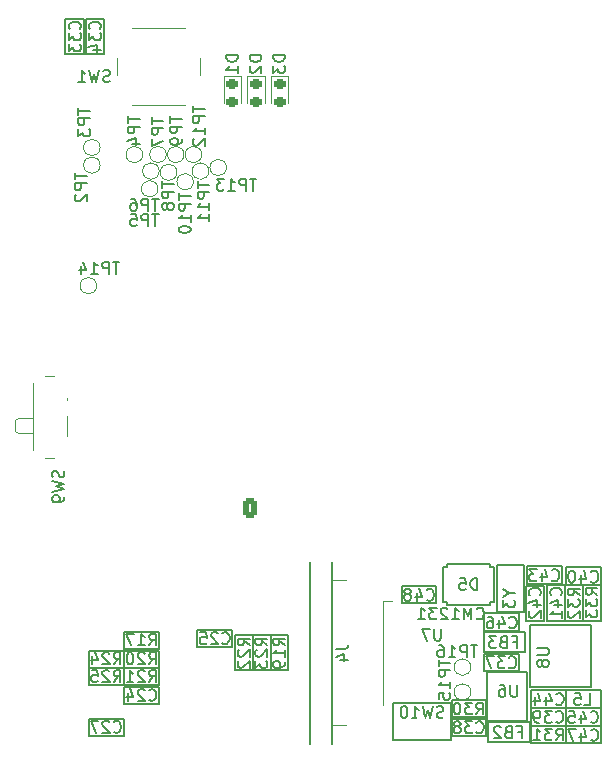
<source format=gbr>
%TF.GenerationSoftware,KiCad,Pcbnew,(6.0.4)*%
%TF.CreationDate,2022-05-12T22:13:07-04:00*%
%TF.ProjectId,Mouse V1,4d6f7573-6520-4563-912e-6b696361645f,V2.0*%
%TF.SameCoordinates,Original*%
%TF.FileFunction,Legend,Bot*%
%TF.FilePolarity,Positive*%
%FSLAX46Y46*%
G04 Gerber Fmt 4.6, Leading zero omitted, Abs format (unit mm)*
G04 Created by KiCad (PCBNEW (6.0.4)) date 2022-05-12 22:13:07*
%MOMM*%
%LPD*%
G01*
G04 APERTURE LIST*
G04 Aperture macros list*
%AMRoundRect*
0 Rectangle with rounded corners*
0 $1 Rounding radius*
0 $2 $3 $4 $5 $6 $7 $8 $9 X,Y pos of 4 corners*
0 Add a 4 corners polygon primitive as box body*
4,1,4,$2,$3,$4,$5,$6,$7,$8,$9,$2,$3,0*
0 Add four circle primitives for the rounded corners*
1,1,$1+$1,$2,$3*
1,1,$1+$1,$4,$5*
1,1,$1+$1,$6,$7*
1,1,$1+$1,$8,$9*
0 Add four rect primitives between the rounded corners*
20,1,$1+$1,$2,$3,$4,$5,0*
20,1,$1+$1,$4,$5,$6,$7,0*
20,1,$1+$1,$6,$7,$8,$9,0*
20,1,$1+$1,$8,$9,$2,$3,0*%
G04 Aperture macros list end*
%ADD10C,0.150000*%
%ADD11C,0.120000*%
%ADD12C,1.701800*%
%ADD13O,2.500000X1.500000*%
%ADD14C,1.500000*%
%ADD15RoundRect,0.250000X-0.350000X-0.625000X0.350000X-0.625000X0.350000X0.625000X-0.350000X0.625000X0*%
%ADD16O,1.200000X1.750000*%
%ADD17C,1.498600*%
%ADD18O,0.850000X0.600000*%
%ADD19C,0.600000*%
%ADD20O,1.300000X2.600000*%
%ADD21O,1.300000X2.300000*%
%ADD22C,0.800000*%
%ADD23R,1.400000X1.400000*%
%ADD24C,1.400000*%
%ADD25C,1.000000*%
%ADD26RoundRect,0.218750X-0.256250X0.218750X-0.256250X-0.218750X0.256250X-0.218750X0.256250X0.218750X0*%
%ADD27R,0.800000X1.000000*%
%ADD28C,0.900000*%
%ADD29R,1.500000X0.700000*%
%ADD30C,2.000000*%
%ADD31C,1.100000*%
%ADD32R,2.500000X1.100000*%
%ADD33O,3.500000X1.900000*%
G04 APERTURE END LIST*
D10*
X157766743Y-150550000D02*
X160766743Y-150550000D01*
X160766743Y-150550000D02*
X160766743Y-149050000D01*
X160766743Y-149050000D02*
X157766743Y-149050000D01*
X157766743Y-149050000D02*
X157766743Y-150550000D01*
X150356743Y-140090000D02*
X150356743Y-137110000D01*
X118300000Y-90700000D02*
X119900000Y-90700000D01*
X119900000Y-90700000D02*
X119900000Y-93700000D01*
X119900000Y-93700000D02*
X118300000Y-93700000D01*
X118300000Y-93700000D02*
X118300000Y-90700000D01*
X163666743Y-141650000D02*
X162166743Y-141650000D01*
X162166743Y-141650000D02*
X162166743Y-138650000D01*
X162166743Y-138650000D02*
X163666743Y-138650000D01*
X163666743Y-138650000D02*
X163666743Y-141650000D01*
X154326743Y-140350000D02*
X150706743Y-140350000D01*
X120320000Y-147120000D02*
X123280000Y-147120000D01*
X123280000Y-147120000D02*
X123280000Y-145660000D01*
X123280000Y-145660000D02*
X120320000Y-145660000D01*
X120320000Y-145660000D02*
X120320000Y-147120000D01*
X150356743Y-137110000D02*
X150706743Y-137110000D01*
X123320000Y-144060000D02*
X126280000Y-144060000D01*
X126280000Y-144060000D02*
X126280000Y-142600000D01*
X126280000Y-142600000D02*
X123320000Y-142600000D01*
X123320000Y-142600000D02*
X123320000Y-144060000D01*
X153766743Y-145950000D02*
X156766743Y-145950000D01*
X156766743Y-145950000D02*
X156766743Y-144450000D01*
X156766743Y-144450000D02*
X153766743Y-144450000D01*
X153766743Y-144450000D02*
X153766743Y-145950000D01*
X154066743Y-146050000D02*
X157466743Y-146050000D01*
X157466743Y-146050000D02*
X157466743Y-150150000D01*
X157466743Y-150150000D02*
X154066743Y-150150000D01*
X154066743Y-150150000D02*
X154066743Y-146050000D01*
X132760000Y-142900000D02*
X134240000Y-142900000D01*
X134240000Y-142900000D02*
X134240000Y-145880000D01*
X134240000Y-145880000D02*
X132760000Y-145880000D01*
X132760000Y-145880000D02*
X132760000Y-142900000D01*
X157766743Y-149050000D02*
X160766743Y-149050000D01*
X160766743Y-149050000D02*
X160766743Y-147550000D01*
X160766743Y-147550000D02*
X157766743Y-147550000D01*
X157766743Y-147550000D02*
X157766743Y-149050000D01*
X157266743Y-144350000D02*
X153766743Y-144350000D01*
X153766743Y-144350000D02*
X153766743Y-142650000D01*
X153766743Y-142650000D02*
X157266743Y-142650000D01*
X157266743Y-142650000D02*
X157266743Y-144350000D01*
X123320000Y-148760000D02*
X126280000Y-148760000D01*
X126280000Y-148760000D02*
X126280000Y-147300000D01*
X126280000Y-147300000D02*
X123320000Y-147300000D01*
X123320000Y-147300000D02*
X123320000Y-148760000D01*
X158866743Y-141650000D02*
X157366743Y-141650000D01*
X157366743Y-141650000D02*
X157366743Y-138750000D01*
X157366743Y-138750000D02*
X158866743Y-138750000D01*
X158866743Y-138750000D02*
X158866743Y-141650000D01*
X160766743Y-137150000D02*
X163666743Y-137150000D01*
X163666743Y-137150000D02*
X163666743Y-138650000D01*
X163666743Y-138650000D02*
X160766743Y-138650000D01*
X160766743Y-138650000D02*
X160766743Y-137150000D01*
X151066743Y-148350000D02*
X153966743Y-148350000D01*
X153966743Y-148350000D02*
X153966743Y-149850000D01*
X153966743Y-149850000D02*
X151066743Y-149850000D01*
X151066743Y-149850000D02*
X151066743Y-148350000D01*
X157666743Y-151950000D02*
X154166743Y-151950000D01*
X154166743Y-151950000D02*
X154166743Y-150250000D01*
X154166743Y-150250000D02*
X157666743Y-150250000D01*
X157666743Y-150250000D02*
X157666743Y-151950000D01*
X154326743Y-140080000D02*
X154326743Y-140350000D01*
X154866743Y-140950000D02*
X157166743Y-140950000D01*
X157166743Y-140950000D02*
X157166743Y-136950000D01*
X157166743Y-136950000D02*
X154866743Y-136950000D01*
X154866743Y-136950000D02*
X154866743Y-140950000D01*
X160766743Y-147550000D02*
X163666743Y-147550000D01*
X163666743Y-147550000D02*
X163666743Y-149050000D01*
X163666743Y-149050000D02*
X160766743Y-149050000D01*
X160766743Y-149050000D02*
X160766743Y-147550000D01*
X151066743Y-151450000D02*
X153966743Y-151450000D01*
X153966743Y-151450000D02*
X153966743Y-149950000D01*
X153966743Y-149950000D02*
X151066743Y-149950000D01*
X151066743Y-149950000D02*
X151066743Y-151450000D01*
X120100000Y-90700000D02*
X121600000Y-90700000D01*
X121600000Y-90700000D02*
X121600000Y-93700000D01*
X121600000Y-93700000D02*
X120100000Y-93700000D01*
X120100000Y-93700000D02*
X120100000Y-90700000D01*
X150706743Y-136840000D02*
X154326743Y-136850000D01*
X159166743Y-141650000D02*
X160666743Y-141650000D01*
X160666743Y-141650000D02*
X160666743Y-138650000D01*
X160666743Y-138650000D02*
X159166743Y-138650000D01*
X159166743Y-138650000D02*
X159166743Y-141650000D01*
X154326743Y-137120000D02*
X154676743Y-137120000D01*
X139100000Y-152100000D02*
X139100000Y-136700000D01*
X146066743Y-151750000D02*
X150966743Y-151750000D01*
X150966743Y-151750000D02*
X150966743Y-148650000D01*
X150966743Y-148650000D02*
X146066743Y-148650000D01*
X146066743Y-148650000D02*
X146066743Y-151750000D01*
X120320000Y-151460000D02*
X123280000Y-151460000D01*
X123280000Y-151460000D02*
X123280000Y-150000000D01*
X123280000Y-150000000D02*
X120320000Y-150000000D01*
X120320000Y-150000000D02*
X120320000Y-151460000D01*
X162166743Y-141650000D02*
X160666743Y-141650000D01*
X160666743Y-141650000D02*
X160666743Y-138650000D01*
X160666743Y-138650000D02*
X162166743Y-138650000D01*
X162166743Y-138650000D02*
X162166743Y-141650000D01*
X150706743Y-140350000D02*
X150706743Y-140090000D01*
X163666743Y-150550000D02*
X160766743Y-150550000D01*
X160766743Y-150550000D02*
X160766743Y-152050000D01*
X160766743Y-152050000D02*
X163666743Y-152050000D01*
X163666743Y-152050000D02*
X163666743Y-150550000D01*
X150706743Y-137110000D02*
X150706743Y-136840000D01*
X129540000Y-143930000D02*
X132500000Y-143930000D01*
X132500000Y-143930000D02*
X132500000Y-142470000D01*
X132500000Y-142470000D02*
X129540000Y-142470000D01*
X129540000Y-142470000D02*
X129540000Y-143930000D01*
X120320000Y-145660000D02*
X123280000Y-145660000D01*
X123280000Y-145660000D02*
X123280000Y-144200000D01*
X123280000Y-144200000D02*
X120320000Y-144200000D01*
X120320000Y-144200000D02*
X120320000Y-145660000D01*
X160766743Y-149050000D02*
X163666743Y-149050000D01*
X163666743Y-149050000D02*
X163666743Y-150550000D01*
X163666743Y-150550000D02*
X160766743Y-150550000D01*
X160766743Y-150550000D02*
X160766743Y-149050000D01*
X157666743Y-147250000D02*
X162866743Y-147250000D01*
X162866743Y-147250000D02*
X162866743Y-142050000D01*
X162866743Y-142050000D02*
X157666743Y-142050000D01*
X157666743Y-142050000D02*
X157666743Y-147250000D01*
X123320000Y-147120000D02*
X126280000Y-147120000D01*
X126280000Y-147120000D02*
X126280000Y-145660000D01*
X126280000Y-145660000D02*
X123320000Y-145660000D01*
X123320000Y-145660000D02*
X123320000Y-147120000D01*
X157766743Y-152050000D02*
X160766743Y-152050000D01*
X160766743Y-152050000D02*
X160766743Y-150550000D01*
X160766743Y-150550000D02*
X157766743Y-150550000D01*
X157766743Y-150550000D02*
X157766743Y-152050000D01*
X154676743Y-140080000D02*
X154326743Y-140080000D01*
X154326743Y-136850000D02*
X154326743Y-137120000D01*
X134240000Y-145880000D02*
X135770000Y-145880000D01*
X135770000Y-145880000D02*
X135770000Y-142900000D01*
X135770000Y-142900000D02*
X134240000Y-142900000D01*
X134240000Y-142900000D02*
X134240000Y-145880000D01*
X149766743Y-140150000D02*
X146866743Y-140150000D01*
X146866743Y-140150000D02*
X146866743Y-138750000D01*
X146866743Y-138750000D02*
X149766743Y-138750000D01*
X149766743Y-138750000D02*
X149766743Y-140150000D01*
X135790000Y-142900000D02*
X137230000Y-142900000D01*
X137230000Y-142900000D02*
X137230000Y-145880000D01*
X137230000Y-145880000D02*
X135790000Y-145880000D01*
X135790000Y-145880000D02*
X135790000Y-142900000D01*
X123320000Y-145660000D02*
X126280000Y-145660000D01*
X126280000Y-145660000D02*
X126280000Y-144200000D01*
X126280000Y-144200000D02*
X123320000Y-144200000D01*
X123320000Y-144200000D02*
X123320000Y-145660000D01*
X140900000Y-152100000D02*
X140900000Y-136700000D01*
X154676743Y-137120000D02*
X154676743Y-140080000D01*
X156766743Y-142550000D02*
X153766743Y-142550000D01*
X153766743Y-142550000D02*
X153766743Y-141050000D01*
X153766743Y-141050000D02*
X156766743Y-141050000D01*
X156766743Y-141050000D02*
X156766743Y-142550000D01*
X157466743Y-138550000D02*
X160366743Y-138550000D01*
X160366743Y-138550000D02*
X160366743Y-137050000D01*
X160366743Y-137050000D02*
X157466743Y-137050000D01*
X157466743Y-137050000D02*
X157466743Y-138550000D01*
X150706743Y-140090000D02*
X150356743Y-140090000D01*
%TO.C,L5*%
X162289923Y-148802380D02*
X162766114Y-148802380D01*
X162766114Y-147802380D01*
X161480399Y-147802380D02*
X161956590Y-147802380D01*
X162004209Y-148278571D01*
X161956590Y-148230952D01*
X161861352Y-148183333D01*
X161623257Y-148183333D01*
X161528018Y-148230952D01*
X161480399Y-148278571D01*
X161432780Y-148373809D01*
X161432780Y-148611904D01*
X161480399Y-148707142D01*
X161528018Y-148754761D01*
X161623257Y-148802380D01*
X161861352Y-148802380D01*
X161956590Y-148754761D01*
X162004209Y-148707142D01*
%TO.C,C25*%
X131642857Y-143557142D02*
X131690476Y-143604761D01*
X131833333Y-143652380D01*
X131928571Y-143652380D01*
X132071428Y-143604761D01*
X132166666Y-143509523D01*
X132214285Y-143414285D01*
X132261904Y-143223809D01*
X132261904Y-143080952D01*
X132214285Y-142890476D01*
X132166666Y-142795238D01*
X132071428Y-142700000D01*
X131928571Y-142652380D01*
X131833333Y-142652380D01*
X131690476Y-142700000D01*
X131642857Y-142747619D01*
X131261904Y-142747619D02*
X131214285Y-142700000D01*
X131119047Y-142652380D01*
X130880952Y-142652380D01*
X130785714Y-142700000D01*
X130738095Y-142747619D01*
X130690476Y-142842857D01*
X130690476Y-142938095D01*
X130738095Y-143080952D01*
X131309523Y-143652380D01*
X130690476Y-143652380D01*
X129785714Y-142652380D02*
X130261904Y-142652380D01*
X130309523Y-143128571D01*
X130261904Y-143080952D01*
X130166666Y-143033333D01*
X129928571Y-143033333D01*
X129833333Y-143080952D01*
X129785714Y-143128571D01*
X129738095Y-143223809D01*
X129738095Y-143461904D01*
X129785714Y-143557142D01*
X129833333Y-143604761D01*
X129928571Y-143652380D01*
X130166666Y-143652380D01*
X130261904Y-143604761D01*
X130309523Y-143557142D01*
%TO.C,R30*%
X153142857Y-149602380D02*
X153476190Y-149126190D01*
X153714285Y-149602380D02*
X153714285Y-148602380D01*
X153333333Y-148602380D01*
X153238095Y-148650000D01*
X153190476Y-148697619D01*
X153142857Y-148792857D01*
X153142857Y-148935714D01*
X153190476Y-149030952D01*
X153238095Y-149078571D01*
X153333333Y-149126190D01*
X153714285Y-149126190D01*
X152809523Y-148602380D02*
X152190476Y-148602380D01*
X152523809Y-148983333D01*
X152380952Y-148983333D01*
X152285714Y-149030952D01*
X152238095Y-149078571D01*
X152190476Y-149173809D01*
X152190476Y-149411904D01*
X152238095Y-149507142D01*
X152285714Y-149554761D01*
X152380952Y-149602380D01*
X152666666Y-149602380D01*
X152761904Y-149554761D01*
X152809523Y-149507142D01*
X151571428Y-148602380D02*
X151476190Y-148602380D01*
X151380952Y-148650000D01*
X151333333Y-148697619D01*
X151285714Y-148792857D01*
X151238095Y-148983333D01*
X151238095Y-149221428D01*
X151285714Y-149411904D01*
X151333333Y-149507142D01*
X151380952Y-149554761D01*
X151476190Y-149602380D01*
X151571428Y-149602380D01*
X151666666Y-149554761D01*
X151714285Y-149507142D01*
X151761904Y-149411904D01*
X151809523Y-149221428D01*
X151809523Y-148983333D01*
X151761904Y-148792857D01*
X151714285Y-148697619D01*
X151666666Y-148650000D01*
X151571428Y-148602380D01*
%TO.C,C41*%
X160307142Y-139507142D02*
X160354761Y-139459523D01*
X160402380Y-139316666D01*
X160402380Y-139221428D01*
X160354761Y-139078571D01*
X160259523Y-138983333D01*
X160164285Y-138935714D01*
X159973809Y-138888095D01*
X159830952Y-138888095D01*
X159640476Y-138935714D01*
X159545238Y-138983333D01*
X159450000Y-139078571D01*
X159402380Y-139221428D01*
X159402380Y-139316666D01*
X159450000Y-139459523D01*
X159497619Y-139507142D01*
X159735714Y-140364285D02*
X160402380Y-140364285D01*
X159354761Y-140126190D02*
X160069047Y-139888095D01*
X160069047Y-140507142D01*
X160402380Y-141411904D02*
X160402380Y-140840476D01*
X160402380Y-141126190D02*
X159402380Y-141126190D01*
X159545238Y-141030952D01*
X159640476Y-140935714D01*
X159688095Y-140840476D01*
%TO.C,FB2*%
X156683333Y-151078571D02*
X157016666Y-151078571D01*
X157016666Y-151602380D02*
X157016666Y-150602380D01*
X156540476Y-150602380D01*
X155826190Y-151078571D02*
X155683333Y-151126190D01*
X155635714Y-151173809D01*
X155588095Y-151269047D01*
X155588095Y-151411904D01*
X155635714Y-151507142D01*
X155683333Y-151554761D01*
X155778571Y-151602380D01*
X156159523Y-151602380D01*
X156159523Y-150602380D01*
X155826190Y-150602380D01*
X155730952Y-150650000D01*
X155683333Y-150697619D01*
X155635714Y-150792857D01*
X155635714Y-150888095D01*
X155683333Y-150983333D01*
X155730952Y-151030952D01*
X155826190Y-151078571D01*
X156159523Y-151078571D01*
X155207142Y-150697619D02*
X155159523Y-150650000D01*
X155064285Y-150602380D01*
X154826190Y-150602380D01*
X154730952Y-150650000D01*
X154683333Y-150697619D01*
X154635714Y-150792857D01*
X154635714Y-150888095D01*
X154683333Y-151030952D01*
X155254761Y-151602380D01*
X154635714Y-151602380D01*
%TO.C,U8*%
X158302380Y-143988095D02*
X159111904Y-143988095D01*
X159207142Y-144035714D01*
X159254761Y-144083333D01*
X159302380Y-144178571D01*
X159302380Y-144369047D01*
X159254761Y-144464285D01*
X159207142Y-144511904D01*
X159111904Y-144559523D01*
X158302380Y-144559523D01*
X158730952Y-145178571D02*
X158683333Y-145083333D01*
X158635714Y-145035714D01*
X158540476Y-144988095D01*
X158492857Y-144988095D01*
X158397619Y-145035714D01*
X158350000Y-145083333D01*
X158302380Y-145178571D01*
X158302380Y-145369047D01*
X158350000Y-145464285D01*
X158397619Y-145511904D01*
X158492857Y-145559523D01*
X158540476Y-145559523D01*
X158635714Y-145511904D01*
X158683333Y-145464285D01*
X158730952Y-145369047D01*
X158730952Y-145178571D01*
X158778571Y-145083333D01*
X158826190Y-145035714D01*
X158921428Y-144988095D01*
X159111904Y-144988095D01*
X159207142Y-145035714D01*
X159254761Y-145083333D01*
X159302380Y-145178571D01*
X159302380Y-145369047D01*
X159254761Y-145464285D01*
X159207142Y-145511904D01*
X159111904Y-145559523D01*
X158921428Y-145559523D01*
X158826190Y-145511904D01*
X158778571Y-145464285D01*
X158730952Y-145369047D01*
%TO.C,R17*%
X125442857Y-143752380D02*
X125776190Y-143276190D01*
X126014285Y-143752380D02*
X126014285Y-142752380D01*
X125633333Y-142752380D01*
X125538095Y-142800000D01*
X125490476Y-142847619D01*
X125442857Y-142942857D01*
X125442857Y-143085714D01*
X125490476Y-143180952D01*
X125538095Y-143228571D01*
X125633333Y-143276190D01*
X126014285Y-143276190D01*
X124490476Y-143752380D02*
X125061904Y-143752380D01*
X124776190Y-143752380D02*
X124776190Y-142752380D01*
X124871428Y-142895238D01*
X124966666Y-142990476D01*
X125061904Y-143038095D01*
X124157142Y-142752380D02*
X123490476Y-142752380D01*
X123919047Y-143752380D01*
%TO.C,C33*%
X119557142Y-91557142D02*
X119604761Y-91509523D01*
X119652380Y-91366666D01*
X119652380Y-91271428D01*
X119604761Y-91128571D01*
X119509523Y-91033333D01*
X119414285Y-90985714D01*
X119223809Y-90938095D01*
X119080952Y-90938095D01*
X118890476Y-90985714D01*
X118795238Y-91033333D01*
X118700000Y-91128571D01*
X118652380Y-91271428D01*
X118652380Y-91366666D01*
X118700000Y-91509523D01*
X118747619Y-91557142D01*
X118652380Y-91890476D02*
X118652380Y-92509523D01*
X119033333Y-92176190D01*
X119033333Y-92319047D01*
X119080952Y-92414285D01*
X119128571Y-92461904D01*
X119223809Y-92509523D01*
X119461904Y-92509523D01*
X119557142Y-92461904D01*
X119604761Y-92414285D01*
X119652380Y-92319047D01*
X119652380Y-92033333D01*
X119604761Y-91938095D01*
X119557142Y-91890476D01*
X118652380Y-92842857D02*
X118652380Y-93461904D01*
X119033333Y-93128571D01*
X119033333Y-93271428D01*
X119080952Y-93366666D01*
X119128571Y-93414285D01*
X119223809Y-93461904D01*
X119461904Y-93461904D01*
X119557142Y-93414285D01*
X119604761Y-93366666D01*
X119652380Y-93271428D01*
X119652380Y-92985714D01*
X119604761Y-92890476D01*
X119557142Y-92842857D01*
%TO.C,R31*%
X159892857Y-151802380D02*
X160226190Y-151326190D01*
X160464285Y-151802380D02*
X160464285Y-150802380D01*
X160083333Y-150802380D01*
X159988095Y-150850000D01*
X159940476Y-150897619D01*
X159892857Y-150992857D01*
X159892857Y-151135714D01*
X159940476Y-151230952D01*
X159988095Y-151278571D01*
X160083333Y-151326190D01*
X160464285Y-151326190D01*
X159559523Y-150802380D02*
X158940476Y-150802380D01*
X159273809Y-151183333D01*
X159130952Y-151183333D01*
X159035714Y-151230952D01*
X158988095Y-151278571D01*
X158940476Y-151373809D01*
X158940476Y-151611904D01*
X158988095Y-151707142D01*
X159035714Y-151754761D01*
X159130952Y-151802380D01*
X159416666Y-151802380D01*
X159511904Y-151754761D01*
X159559523Y-151707142D01*
X157988095Y-151802380D02*
X158559523Y-151802380D01*
X158273809Y-151802380D02*
X158273809Y-150802380D01*
X158369047Y-150945238D01*
X158464285Y-151040476D01*
X158559523Y-151088095D01*
%TO.C,C44*%
X159916114Y-148717142D02*
X159963733Y-148764761D01*
X160106590Y-148812380D01*
X160201828Y-148812380D01*
X160344685Y-148764761D01*
X160439923Y-148669523D01*
X160487542Y-148574285D01*
X160535161Y-148383809D01*
X160535161Y-148240952D01*
X160487542Y-148050476D01*
X160439923Y-147955238D01*
X160344685Y-147860000D01*
X160201828Y-147812380D01*
X160106590Y-147812380D01*
X159963733Y-147860000D01*
X159916114Y-147907619D01*
X159058971Y-148145714D02*
X159058971Y-148812380D01*
X159297066Y-147764761D02*
X159535161Y-148479047D01*
X158916114Y-148479047D01*
X158106590Y-148145714D02*
X158106590Y-148812380D01*
X158344685Y-147764761D02*
X158582780Y-148479047D01*
X157963733Y-148479047D01*
%TO.C,R21*%
X125442857Y-146852380D02*
X125776190Y-146376190D01*
X126014285Y-146852380D02*
X126014285Y-145852380D01*
X125633333Y-145852380D01*
X125538095Y-145900000D01*
X125490476Y-145947619D01*
X125442857Y-146042857D01*
X125442857Y-146185714D01*
X125490476Y-146280952D01*
X125538095Y-146328571D01*
X125633333Y-146376190D01*
X126014285Y-146376190D01*
X125061904Y-145947619D02*
X125014285Y-145900000D01*
X124919047Y-145852380D01*
X124680952Y-145852380D01*
X124585714Y-145900000D01*
X124538095Y-145947619D01*
X124490476Y-146042857D01*
X124490476Y-146138095D01*
X124538095Y-146280952D01*
X125109523Y-146852380D01*
X124490476Y-146852380D01*
X123538095Y-146852380D02*
X124109523Y-146852380D01*
X123823809Y-146852380D02*
X123823809Y-145852380D01*
X123919047Y-145995238D01*
X124014285Y-146090476D01*
X124109523Y-146138095D01*
%TO.C,R23*%
X135452380Y-143757142D02*
X134976190Y-143423809D01*
X135452380Y-143185714D02*
X134452380Y-143185714D01*
X134452380Y-143566666D01*
X134500000Y-143661904D01*
X134547619Y-143709523D01*
X134642857Y-143757142D01*
X134785714Y-143757142D01*
X134880952Y-143709523D01*
X134928571Y-143661904D01*
X134976190Y-143566666D01*
X134976190Y-143185714D01*
X134547619Y-144138095D02*
X134500000Y-144185714D01*
X134452380Y-144280952D01*
X134452380Y-144519047D01*
X134500000Y-144614285D01*
X134547619Y-144661904D01*
X134642857Y-144709523D01*
X134738095Y-144709523D01*
X134880952Y-144661904D01*
X135452380Y-144090476D01*
X135452380Y-144709523D01*
X134452380Y-145042857D02*
X134452380Y-145661904D01*
X134833333Y-145328571D01*
X134833333Y-145471428D01*
X134880952Y-145566666D01*
X134928571Y-145614285D01*
X135023809Y-145661904D01*
X135261904Y-145661904D01*
X135357142Y-145614285D01*
X135404761Y-145566666D01*
X135452380Y-145471428D01*
X135452380Y-145185714D01*
X135404761Y-145090476D01*
X135357142Y-145042857D01*
%TO.C,C48*%
X148946114Y-139877142D02*
X148993733Y-139924761D01*
X149136590Y-139972380D01*
X149231828Y-139972380D01*
X149374685Y-139924761D01*
X149469923Y-139829523D01*
X149517542Y-139734285D01*
X149565161Y-139543809D01*
X149565161Y-139400952D01*
X149517542Y-139210476D01*
X149469923Y-139115238D01*
X149374685Y-139020000D01*
X149231828Y-138972380D01*
X149136590Y-138972380D01*
X148993733Y-139020000D01*
X148946114Y-139067619D01*
X148088971Y-139305714D02*
X148088971Y-139972380D01*
X148327066Y-138924761D02*
X148565161Y-139639047D01*
X147946114Y-139639047D01*
X147422304Y-139400952D02*
X147517542Y-139353333D01*
X147565161Y-139305714D01*
X147612780Y-139210476D01*
X147612780Y-139162857D01*
X147565161Y-139067619D01*
X147517542Y-139020000D01*
X147422304Y-138972380D01*
X147231828Y-138972380D01*
X147136590Y-139020000D01*
X147088971Y-139067619D01*
X147041352Y-139162857D01*
X147041352Y-139210476D01*
X147088971Y-139305714D01*
X147136590Y-139353333D01*
X147231828Y-139400952D01*
X147422304Y-139400952D01*
X147517542Y-139448571D01*
X147565161Y-139496190D01*
X147612780Y-139591428D01*
X147612780Y-139781904D01*
X147565161Y-139877142D01*
X147517542Y-139924761D01*
X147422304Y-139972380D01*
X147231828Y-139972380D01*
X147136590Y-139924761D01*
X147088971Y-139877142D01*
X147041352Y-139781904D01*
X147041352Y-139591428D01*
X147088971Y-139496190D01*
X147136590Y-139448571D01*
X147231828Y-139400952D01*
%TO.C,U7*%
X150161904Y-142352380D02*
X150161904Y-143161904D01*
X150114285Y-143257142D01*
X150066666Y-143304761D01*
X149971428Y-143352380D01*
X149780952Y-143352380D01*
X149685714Y-143304761D01*
X149638095Y-143257142D01*
X149590476Y-143161904D01*
X149590476Y-142352380D01*
X149209523Y-142352380D02*
X148542857Y-142352380D01*
X148971428Y-143352380D01*
%TO.C,FB3*%
X156276590Y-143438571D02*
X156609923Y-143438571D01*
X156609923Y-143962380D02*
X156609923Y-142962380D01*
X156133733Y-142962380D01*
X155419447Y-143438571D02*
X155276590Y-143486190D01*
X155228971Y-143533809D01*
X155181352Y-143629047D01*
X155181352Y-143771904D01*
X155228971Y-143867142D01*
X155276590Y-143914761D01*
X155371828Y-143962380D01*
X155752780Y-143962380D01*
X155752780Y-142962380D01*
X155419447Y-142962380D01*
X155324209Y-143010000D01*
X155276590Y-143057619D01*
X155228971Y-143152857D01*
X155228971Y-143248095D01*
X155276590Y-143343333D01*
X155324209Y-143390952D01*
X155419447Y-143438571D01*
X155752780Y-143438571D01*
X154848018Y-142962380D02*
X154228971Y-142962380D01*
X154562304Y-143343333D01*
X154419447Y-143343333D01*
X154324209Y-143390952D01*
X154276590Y-143438571D01*
X154228971Y-143533809D01*
X154228971Y-143771904D01*
X154276590Y-143867142D01*
X154324209Y-143914761D01*
X154419447Y-143962380D01*
X154705161Y-143962380D01*
X154800399Y-143914761D01*
X154848018Y-143867142D01*
%TO.C,R20*%
X125442857Y-145352380D02*
X125776190Y-144876190D01*
X126014285Y-145352380D02*
X126014285Y-144352380D01*
X125633333Y-144352380D01*
X125538095Y-144400000D01*
X125490476Y-144447619D01*
X125442857Y-144542857D01*
X125442857Y-144685714D01*
X125490476Y-144780952D01*
X125538095Y-144828571D01*
X125633333Y-144876190D01*
X126014285Y-144876190D01*
X125061904Y-144447619D02*
X125014285Y-144400000D01*
X124919047Y-144352380D01*
X124680952Y-144352380D01*
X124585714Y-144400000D01*
X124538095Y-144447619D01*
X124490476Y-144542857D01*
X124490476Y-144638095D01*
X124538095Y-144780952D01*
X125109523Y-145352380D01*
X124490476Y-145352380D01*
X123871428Y-144352380D02*
X123776190Y-144352380D01*
X123680952Y-144400000D01*
X123633333Y-144447619D01*
X123585714Y-144542857D01*
X123538095Y-144733333D01*
X123538095Y-144971428D01*
X123585714Y-145161904D01*
X123633333Y-145257142D01*
X123680952Y-145304761D01*
X123776190Y-145352380D01*
X123871428Y-145352380D01*
X123966666Y-145304761D01*
X124014285Y-145257142D01*
X124061904Y-145161904D01*
X124109523Y-144971428D01*
X124109523Y-144733333D01*
X124061904Y-144542857D01*
X124014285Y-144447619D01*
X123966666Y-144400000D01*
X123871428Y-144352380D01*
%TO.C,Y3*%
X155929447Y-139333809D02*
X156405637Y-139333809D01*
X155405637Y-139000476D02*
X155929447Y-139333809D01*
X155405637Y-139667142D01*
X155405637Y-139905238D02*
X155405637Y-140524285D01*
X155786590Y-140190952D01*
X155786590Y-140333809D01*
X155834209Y-140429047D01*
X155881828Y-140476666D01*
X155977066Y-140524285D01*
X156215161Y-140524285D01*
X156310399Y-140476666D01*
X156358018Y-140429047D01*
X156405637Y-140333809D01*
X156405637Y-140048095D01*
X156358018Y-139952857D01*
X156310399Y-139905238D01*
%TO.C,C46*%
X155936114Y-142217142D02*
X155983733Y-142264761D01*
X156126590Y-142312380D01*
X156221828Y-142312380D01*
X156364685Y-142264761D01*
X156459923Y-142169523D01*
X156507542Y-142074285D01*
X156555161Y-141883809D01*
X156555161Y-141740952D01*
X156507542Y-141550476D01*
X156459923Y-141455238D01*
X156364685Y-141360000D01*
X156221828Y-141312380D01*
X156126590Y-141312380D01*
X155983733Y-141360000D01*
X155936114Y-141407619D01*
X155078971Y-141645714D02*
X155078971Y-142312380D01*
X155317066Y-141264761D02*
X155555161Y-141979047D01*
X154936114Y-141979047D01*
X154126590Y-141312380D02*
X154317066Y-141312380D01*
X154412304Y-141360000D01*
X154459923Y-141407619D01*
X154555161Y-141550476D01*
X154602780Y-141740952D01*
X154602780Y-142121904D01*
X154555161Y-142217142D01*
X154507542Y-142264761D01*
X154412304Y-142312380D01*
X154221828Y-142312380D01*
X154126590Y-142264761D01*
X154078971Y-142217142D01*
X154031352Y-142121904D01*
X154031352Y-141883809D01*
X154078971Y-141788571D01*
X154126590Y-141740952D01*
X154221828Y-141693333D01*
X154412304Y-141693333D01*
X154507542Y-141740952D01*
X154555161Y-141788571D01*
X154602780Y-141883809D01*
%TO.C,C38*%
X153146114Y-151097142D02*
X153193733Y-151144761D01*
X153336590Y-151192380D01*
X153431828Y-151192380D01*
X153574685Y-151144761D01*
X153669923Y-151049523D01*
X153717542Y-150954285D01*
X153765161Y-150763809D01*
X153765161Y-150620952D01*
X153717542Y-150430476D01*
X153669923Y-150335238D01*
X153574685Y-150240000D01*
X153431828Y-150192380D01*
X153336590Y-150192380D01*
X153193733Y-150240000D01*
X153146114Y-150287619D01*
X152812780Y-150192380D02*
X152193733Y-150192380D01*
X152527066Y-150573333D01*
X152384209Y-150573333D01*
X152288971Y-150620952D01*
X152241352Y-150668571D01*
X152193733Y-150763809D01*
X152193733Y-151001904D01*
X152241352Y-151097142D01*
X152288971Y-151144761D01*
X152384209Y-151192380D01*
X152669923Y-151192380D01*
X152765161Y-151144761D01*
X152812780Y-151097142D01*
X151622304Y-150620952D02*
X151717542Y-150573333D01*
X151765161Y-150525714D01*
X151812780Y-150430476D01*
X151812780Y-150382857D01*
X151765161Y-150287619D01*
X151717542Y-150240000D01*
X151622304Y-150192380D01*
X151431828Y-150192380D01*
X151336590Y-150240000D01*
X151288971Y-150287619D01*
X151241352Y-150382857D01*
X151241352Y-150430476D01*
X151288971Y-150525714D01*
X151336590Y-150573333D01*
X151431828Y-150620952D01*
X151622304Y-150620952D01*
X151717542Y-150668571D01*
X151765161Y-150716190D01*
X151812780Y-150811428D01*
X151812780Y-151001904D01*
X151765161Y-151097142D01*
X151717542Y-151144761D01*
X151622304Y-151192380D01*
X151431828Y-151192380D01*
X151336590Y-151144761D01*
X151288971Y-151097142D01*
X151241352Y-151001904D01*
X151241352Y-150811428D01*
X151288971Y-150716190D01*
X151336590Y-150668571D01*
X151431828Y-150620952D01*
%TO.C,U6*%
X156611904Y-147102380D02*
X156611904Y-147911904D01*
X156564285Y-148007142D01*
X156516666Y-148054761D01*
X156421428Y-148102380D01*
X156230952Y-148102380D01*
X156135714Y-148054761D01*
X156088095Y-148007142D01*
X156040476Y-147911904D01*
X156040476Y-147102380D01*
X155135714Y-147102380D02*
X155326190Y-147102380D01*
X155421428Y-147150000D01*
X155469047Y-147197619D01*
X155564285Y-147340476D01*
X155611904Y-147530952D01*
X155611904Y-147911904D01*
X155564285Y-148007142D01*
X155516666Y-148054761D01*
X155421428Y-148102380D01*
X155230952Y-148102380D01*
X155135714Y-148054761D01*
X155088095Y-148007142D01*
X155040476Y-147911904D01*
X155040476Y-147673809D01*
X155088095Y-147578571D01*
X155135714Y-147530952D01*
X155230952Y-147483333D01*
X155421428Y-147483333D01*
X155516666Y-147530952D01*
X155564285Y-147578571D01*
X155611904Y-147673809D01*
%TO.C,D5*%
X153221352Y-139052380D02*
X153221352Y-138052380D01*
X152983257Y-138052380D01*
X152840399Y-138100000D01*
X152745161Y-138195238D01*
X152697542Y-138290476D01*
X152649923Y-138480952D01*
X152649923Y-138623809D01*
X152697542Y-138814285D01*
X152745161Y-138909523D01*
X152840399Y-139004761D01*
X152983257Y-139052380D01*
X153221352Y-139052380D01*
X151745161Y-138052380D02*
X152221352Y-138052380D01*
X152268971Y-138528571D01*
X152221352Y-138480952D01*
X152126114Y-138433333D01*
X151888018Y-138433333D01*
X151792780Y-138480952D01*
X151745161Y-138528571D01*
X151697542Y-138623809D01*
X151697542Y-138861904D01*
X151745161Y-138957142D01*
X151792780Y-139004761D01*
X151888018Y-139052380D01*
X152126114Y-139052380D01*
X152221352Y-139004761D01*
X152268971Y-138957142D01*
X153166666Y-141457142D02*
X153214285Y-141504761D01*
X153357142Y-141552380D01*
X153452380Y-141552380D01*
X153595238Y-141504761D01*
X153690476Y-141409523D01*
X153738095Y-141314285D01*
X153785714Y-141123809D01*
X153785714Y-140980952D01*
X153738095Y-140790476D01*
X153690476Y-140695238D01*
X153595238Y-140600000D01*
X153452380Y-140552380D01*
X153357142Y-140552380D01*
X153214285Y-140600000D01*
X153166666Y-140647619D01*
X152738095Y-141552380D02*
X152738095Y-140552380D01*
X152404761Y-141266666D01*
X152071428Y-140552380D01*
X152071428Y-141552380D01*
X151071428Y-141552380D02*
X151642857Y-141552380D01*
X151357142Y-141552380D02*
X151357142Y-140552380D01*
X151452380Y-140695238D01*
X151547619Y-140790476D01*
X151642857Y-140838095D01*
X150690476Y-140647619D02*
X150642857Y-140600000D01*
X150547619Y-140552380D01*
X150309523Y-140552380D01*
X150214285Y-140600000D01*
X150166666Y-140647619D01*
X150119047Y-140742857D01*
X150119047Y-140838095D01*
X150166666Y-140980952D01*
X150738095Y-141552380D01*
X150119047Y-141552380D01*
X149785714Y-140552380D02*
X149166666Y-140552380D01*
X149500000Y-140933333D01*
X149357142Y-140933333D01*
X149261904Y-140980952D01*
X149214285Y-141028571D01*
X149166666Y-141123809D01*
X149166666Y-141361904D01*
X149214285Y-141457142D01*
X149261904Y-141504761D01*
X149357142Y-141552380D01*
X149642857Y-141552380D01*
X149738095Y-141504761D01*
X149785714Y-141457142D01*
X148214285Y-141552380D02*
X148785714Y-141552380D01*
X148500000Y-141552380D02*
X148500000Y-140552380D01*
X148595238Y-140695238D01*
X148690476Y-140790476D01*
X148785714Y-140838095D01*
%TO.C,C47*%
X162856114Y-151737142D02*
X162903733Y-151784761D01*
X163046590Y-151832380D01*
X163141828Y-151832380D01*
X163284685Y-151784761D01*
X163379923Y-151689523D01*
X163427542Y-151594285D01*
X163475161Y-151403809D01*
X163475161Y-151260952D01*
X163427542Y-151070476D01*
X163379923Y-150975238D01*
X163284685Y-150880000D01*
X163141828Y-150832380D01*
X163046590Y-150832380D01*
X162903733Y-150880000D01*
X162856114Y-150927619D01*
X161998971Y-151165714D02*
X161998971Y-151832380D01*
X162237066Y-150784761D02*
X162475161Y-151499047D01*
X161856114Y-151499047D01*
X161570399Y-150832380D02*
X160903733Y-150832380D01*
X161332304Y-151832380D01*
%TO.C,C45*%
X162836114Y-150227142D02*
X162883733Y-150274761D01*
X163026590Y-150322380D01*
X163121828Y-150322380D01*
X163264685Y-150274761D01*
X163359923Y-150179523D01*
X163407542Y-150084285D01*
X163455161Y-149893809D01*
X163455161Y-149750952D01*
X163407542Y-149560476D01*
X163359923Y-149465238D01*
X163264685Y-149370000D01*
X163121828Y-149322380D01*
X163026590Y-149322380D01*
X162883733Y-149370000D01*
X162836114Y-149417619D01*
X161978971Y-149655714D02*
X161978971Y-150322380D01*
X162217066Y-149274761D02*
X162455161Y-149989047D01*
X161836114Y-149989047D01*
X160978971Y-149322380D02*
X161455161Y-149322380D01*
X161502780Y-149798571D01*
X161455161Y-149750952D01*
X161359923Y-149703333D01*
X161121828Y-149703333D01*
X161026590Y-149750952D01*
X160978971Y-149798571D01*
X160931352Y-149893809D01*
X160931352Y-150131904D01*
X160978971Y-150227142D01*
X161026590Y-150274761D01*
X161121828Y-150322380D01*
X161359923Y-150322380D01*
X161455161Y-150274761D01*
X161502780Y-150227142D01*
%TO.C,R33*%
X163395637Y-139487142D02*
X162919447Y-139153809D01*
X163395637Y-138915714D02*
X162395637Y-138915714D01*
X162395637Y-139296666D01*
X162443257Y-139391904D01*
X162490876Y-139439523D01*
X162586114Y-139487142D01*
X162728971Y-139487142D01*
X162824209Y-139439523D01*
X162871828Y-139391904D01*
X162919447Y-139296666D01*
X162919447Y-138915714D01*
X162395637Y-139820476D02*
X162395637Y-140439523D01*
X162776590Y-140106190D01*
X162776590Y-140249047D01*
X162824209Y-140344285D01*
X162871828Y-140391904D01*
X162967066Y-140439523D01*
X163205161Y-140439523D01*
X163300399Y-140391904D01*
X163348018Y-140344285D01*
X163395637Y-140249047D01*
X163395637Y-139963333D01*
X163348018Y-139868095D01*
X163300399Y-139820476D01*
X162395637Y-140772857D02*
X162395637Y-141391904D01*
X162776590Y-141058571D01*
X162776590Y-141201428D01*
X162824209Y-141296666D01*
X162871828Y-141344285D01*
X162967066Y-141391904D01*
X163205161Y-141391904D01*
X163300399Y-141344285D01*
X163348018Y-141296666D01*
X163395637Y-141201428D01*
X163395637Y-140915714D01*
X163348018Y-140820476D01*
X163300399Y-140772857D01*
%TO.C,C39*%
X159892857Y-150207142D02*
X159940476Y-150254761D01*
X160083333Y-150302380D01*
X160178571Y-150302380D01*
X160321428Y-150254761D01*
X160416666Y-150159523D01*
X160464285Y-150064285D01*
X160511904Y-149873809D01*
X160511904Y-149730952D01*
X160464285Y-149540476D01*
X160416666Y-149445238D01*
X160321428Y-149350000D01*
X160178571Y-149302380D01*
X160083333Y-149302380D01*
X159940476Y-149350000D01*
X159892857Y-149397619D01*
X159559523Y-149302380D02*
X158940476Y-149302380D01*
X159273809Y-149683333D01*
X159130952Y-149683333D01*
X159035714Y-149730952D01*
X158988095Y-149778571D01*
X158940476Y-149873809D01*
X158940476Y-150111904D01*
X158988095Y-150207142D01*
X159035714Y-150254761D01*
X159130952Y-150302380D01*
X159416666Y-150302380D01*
X159511904Y-150254761D01*
X159559523Y-150207142D01*
X158464285Y-150302380D02*
X158273809Y-150302380D01*
X158178571Y-150254761D01*
X158130952Y-150207142D01*
X158035714Y-150064285D01*
X157988095Y-149873809D01*
X157988095Y-149492857D01*
X158035714Y-149397619D01*
X158083333Y-149350000D01*
X158178571Y-149302380D01*
X158369047Y-149302380D01*
X158464285Y-149350000D01*
X158511904Y-149397619D01*
X158559523Y-149492857D01*
X158559523Y-149730952D01*
X158511904Y-149826190D01*
X158464285Y-149873809D01*
X158369047Y-149921428D01*
X158178571Y-149921428D01*
X158083333Y-149873809D01*
X158035714Y-149826190D01*
X157988095Y-149730952D01*
%TO.C,R19*%
X136952380Y-143757142D02*
X136476190Y-143423809D01*
X136952380Y-143185714D02*
X135952380Y-143185714D01*
X135952380Y-143566666D01*
X136000000Y-143661904D01*
X136047619Y-143709523D01*
X136142857Y-143757142D01*
X136285714Y-143757142D01*
X136380952Y-143709523D01*
X136428571Y-143661904D01*
X136476190Y-143566666D01*
X136476190Y-143185714D01*
X136952380Y-144709523D02*
X136952380Y-144138095D01*
X136952380Y-144423809D02*
X135952380Y-144423809D01*
X136095238Y-144328571D01*
X136190476Y-144233333D01*
X136238095Y-144138095D01*
X136952380Y-145185714D02*
X136952380Y-145376190D01*
X136904761Y-145471428D01*
X136857142Y-145519047D01*
X136714285Y-145614285D01*
X136523809Y-145661904D01*
X136142857Y-145661904D01*
X136047619Y-145614285D01*
X136000000Y-145566666D01*
X135952380Y-145471428D01*
X135952380Y-145280952D01*
X136000000Y-145185714D01*
X136047619Y-145138095D01*
X136142857Y-145090476D01*
X136380952Y-145090476D01*
X136476190Y-145138095D01*
X136523809Y-145185714D01*
X136571428Y-145280952D01*
X136571428Y-145471428D01*
X136523809Y-145566666D01*
X136476190Y-145614285D01*
X136380952Y-145661904D01*
%TO.C,C42*%
X158507142Y-139507142D02*
X158554761Y-139459523D01*
X158602380Y-139316666D01*
X158602380Y-139221428D01*
X158554761Y-139078571D01*
X158459523Y-138983333D01*
X158364285Y-138935714D01*
X158173809Y-138888095D01*
X158030952Y-138888095D01*
X157840476Y-138935714D01*
X157745238Y-138983333D01*
X157650000Y-139078571D01*
X157602380Y-139221428D01*
X157602380Y-139316666D01*
X157650000Y-139459523D01*
X157697619Y-139507142D01*
X157935714Y-140364285D02*
X158602380Y-140364285D01*
X157554761Y-140126190D02*
X158269047Y-139888095D01*
X158269047Y-140507142D01*
X157697619Y-140840476D02*
X157650000Y-140888095D01*
X157602380Y-140983333D01*
X157602380Y-141221428D01*
X157650000Y-141316666D01*
X157697619Y-141364285D01*
X157792857Y-141411904D01*
X157888095Y-141411904D01*
X158030952Y-141364285D01*
X158602380Y-140792857D01*
X158602380Y-141411904D01*
%TO.C,R24*%
X122442857Y-145352380D02*
X122776190Y-144876190D01*
X123014285Y-145352380D02*
X123014285Y-144352380D01*
X122633333Y-144352380D01*
X122538095Y-144400000D01*
X122490476Y-144447619D01*
X122442857Y-144542857D01*
X122442857Y-144685714D01*
X122490476Y-144780952D01*
X122538095Y-144828571D01*
X122633333Y-144876190D01*
X123014285Y-144876190D01*
X122061904Y-144447619D02*
X122014285Y-144400000D01*
X121919047Y-144352380D01*
X121680952Y-144352380D01*
X121585714Y-144400000D01*
X121538095Y-144447619D01*
X121490476Y-144542857D01*
X121490476Y-144638095D01*
X121538095Y-144780952D01*
X122109523Y-145352380D01*
X121490476Y-145352380D01*
X120633333Y-144685714D02*
X120633333Y-145352380D01*
X120871428Y-144304761D02*
X121109523Y-145019047D01*
X120490476Y-145019047D01*
%TO.C,R32*%
X161895637Y-139517142D02*
X161419447Y-139183809D01*
X161895637Y-138945714D02*
X160895637Y-138945714D01*
X160895637Y-139326666D01*
X160943257Y-139421904D01*
X160990876Y-139469523D01*
X161086114Y-139517142D01*
X161228971Y-139517142D01*
X161324209Y-139469523D01*
X161371828Y-139421904D01*
X161419447Y-139326666D01*
X161419447Y-138945714D01*
X160895637Y-139850476D02*
X160895637Y-140469523D01*
X161276590Y-140136190D01*
X161276590Y-140279047D01*
X161324209Y-140374285D01*
X161371828Y-140421904D01*
X161467066Y-140469523D01*
X161705161Y-140469523D01*
X161800399Y-140421904D01*
X161848018Y-140374285D01*
X161895637Y-140279047D01*
X161895637Y-139993333D01*
X161848018Y-139898095D01*
X161800399Y-139850476D01*
X160990876Y-140850476D02*
X160943257Y-140898095D01*
X160895637Y-140993333D01*
X160895637Y-141231428D01*
X160943257Y-141326666D01*
X160990876Y-141374285D01*
X161086114Y-141421904D01*
X161181352Y-141421904D01*
X161324209Y-141374285D01*
X161895637Y-140802857D01*
X161895637Y-141421904D01*
%TO.C,SW10*%
X150359523Y-149854761D02*
X150216666Y-149902380D01*
X149978571Y-149902380D01*
X149883333Y-149854761D01*
X149835714Y-149807142D01*
X149788095Y-149711904D01*
X149788095Y-149616666D01*
X149835714Y-149521428D01*
X149883333Y-149473809D01*
X149978571Y-149426190D01*
X150169047Y-149378571D01*
X150264285Y-149330952D01*
X150311904Y-149283333D01*
X150359523Y-149188095D01*
X150359523Y-149092857D01*
X150311904Y-148997619D01*
X150264285Y-148950000D01*
X150169047Y-148902380D01*
X149930952Y-148902380D01*
X149788095Y-148950000D01*
X149454761Y-148902380D02*
X149216666Y-149902380D01*
X149026190Y-149188095D01*
X148835714Y-149902380D01*
X148597619Y-148902380D01*
X147692857Y-149902380D02*
X148264285Y-149902380D01*
X147978571Y-149902380D02*
X147978571Y-148902380D01*
X148073809Y-149045238D01*
X148169047Y-149140476D01*
X148264285Y-149188095D01*
X147073809Y-148902380D02*
X146978571Y-148902380D01*
X146883333Y-148950000D01*
X146835714Y-148997619D01*
X146788095Y-149092857D01*
X146740476Y-149283333D01*
X146740476Y-149521428D01*
X146788095Y-149711904D01*
X146835714Y-149807142D01*
X146883333Y-149854761D01*
X146978571Y-149902380D01*
X147073809Y-149902380D01*
X147169047Y-149854761D01*
X147216666Y-149807142D01*
X147264285Y-149711904D01*
X147311904Y-149521428D01*
X147311904Y-149283333D01*
X147264285Y-149092857D01*
X147216666Y-148997619D01*
X147169047Y-148950000D01*
X147073809Y-148902380D01*
%TO.C,C24*%
X125442857Y-148357142D02*
X125490476Y-148404761D01*
X125633333Y-148452380D01*
X125728571Y-148452380D01*
X125871428Y-148404761D01*
X125966666Y-148309523D01*
X126014285Y-148214285D01*
X126061904Y-148023809D01*
X126061904Y-147880952D01*
X126014285Y-147690476D01*
X125966666Y-147595238D01*
X125871428Y-147500000D01*
X125728571Y-147452380D01*
X125633333Y-147452380D01*
X125490476Y-147500000D01*
X125442857Y-147547619D01*
X125061904Y-147547619D02*
X125014285Y-147500000D01*
X124919047Y-147452380D01*
X124680952Y-147452380D01*
X124585714Y-147500000D01*
X124538095Y-147547619D01*
X124490476Y-147642857D01*
X124490476Y-147738095D01*
X124538095Y-147880952D01*
X125109523Y-148452380D01*
X124490476Y-148452380D01*
X123633333Y-147785714D02*
X123633333Y-148452380D01*
X123871428Y-147404761D02*
X124109523Y-148119047D01*
X123490476Y-148119047D01*
%TO.C,C27*%
X122442857Y-151057142D02*
X122490476Y-151104761D01*
X122633333Y-151152380D01*
X122728571Y-151152380D01*
X122871428Y-151104761D01*
X122966666Y-151009523D01*
X123014285Y-150914285D01*
X123061904Y-150723809D01*
X123061904Y-150580952D01*
X123014285Y-150390476D01*
X122966666Y-150295238D01*
X122871428Y-150200000D01*
X122728571Y-150152380D01*
X122633333Y-150152380D01*
X122490476Y-150200000D01*
X122442857Y-150247619D01*
X122061904Y-150247619D02*
X122014285Y-150200000D01*
X121919047Y-150152380D01*
X121680952Y-150152380D01*
X121585714Y-150200000D01*
X121538095Y-150247619D01*
X121490476Y-150342857D01*
X121490476Y-150438095D01*
X121538095Y-150580952D01*
X122109523Y-151152380D01*
X121490476Y-151152380D01*
X121157142Y-150152380D02*
X120490476Y-150152380D01*
X120919047Y-151152380D01*
%TO.C,C34*%
X121257142Y-91557142D02*
X121304761Y-91509523D01*
X121352380Y-91366666D01*
X121352380Y-91271428D01*
X121304761Y-91128571D01*
X121209523Y-91033333D01*
X121114285Y-90985714D01*
X120923809Y-90938095D01*
X120780952Y-90938095D01*
X120590476Y-90985714D01*
X120495238Y-91033333D01*
X120400000Y-91128571D01*
X120352380Y-91271428D01*
X120352380Y-91366666D01*
X120400000Y-91509523D01*
X120447619Y-91557142D01*
X120352380Y-91890476D02*
X120352380Y-92509523D01*
X120733333Y-92176190D01*
X120733333Y-92319047D01*
X120780952Y-92414285D01*
X120828571Y-92461904D01*
X120923809Y-92509523D01*
X121161904Y-92509523D01*
X121257142Y-92461904D01*
X121304761Y-92414285D01*
X121352380Y-92319047D01*
X121352380Y-92033333D01*
X121304761Y-91938095D01*
X121257142Y-91890476D01*
X120685714Y-93366666D02*
X121352380Y-93366666D01*
X120304761Y-93128571D02*
X121019047Y-92890476D01*
X121019047Y-93509523D01*
%TO.C,C43*%
X159546114Y-138217142D02*
X159593733Y-138264761D01*
X159736590Y-138312380D01*
X159831828Y-138312380D01*
X159974685Y-138264761D01*
X160069923Y-138169523D01*
X160117542Y-138074285D01*
X160165161Y-137883809D01*
X160165161Y-137740952D01*
X160117542Y-137550476D01*
X160069923Y-137455238D01*
X159974685Y-137360000D01*
X159831828Y-137312380D01*
X159736590Y-137312380D01*
X159593733Y-137360000D01*
X159546114Y-137407619D01*
X158688971Y-137645714D02*
X158688971Y-138312380D01*
X158927066Y-137264761D02*
X159165161Y-137979047D01*
X158546114Y-137979047D01*
X158260399Y-137312380D02*
X157641352Y-137312380D01*
X157974685Y-137693333D01*
X157831828Y-137693333D01*
X157736590Y-137740952D01*
X157688971Y-137788571D01*
X157641352Y-137883809D01*
X157641352Y-138121904D01*
X157688971Y-138217142D01*
X157736590Y-138264761D01*
X157831828Y-138312380D01*
X158117542Y-138312380D01*
X158212780Y-138264761D01*
X158260399Y-138217142D01*
%TO.C,R25*%
X122442857Y-146852380D02*
X122776190Y-146376190D01*
X123014285Y-146852380D02*
X123014285Y-145852380D01*
X122633333Y-145852380D01*
X122538095Y-145900000D01*
X122490476Y-145947619D01*
X122442857Y-146042857D01*
X122442857Y-146185714D01*
X122490476Y-146280952D01*
X122538095Y-146328571D01*
X122633333Y-146376190D01*
X123014285Y-146376190D01*
X122061904Y-145947619D02*
X122014285Y-145900000D01*
X121919047Y-145852380D01*
X121680952Y-145852380D01*
X121585714Y-145900000D01*
X121538095Y-145947619D01*
X121490476Y-146042857D01*
X121490476Y-146138095D01*
X121538095Y-146280952D01*
X122109523Y-146852380D01*
X121490476Y-146852380D01*
X120585714Y-145852380D02*
X121061904Y-145852380D01*
X121109523Y-146328571D01*
X121061904Y-146280952D01*
X120966666Y-146233333D01*
X120728571Y-146233333D01*
X120633333Y-146280952D01*
X120585714Y-146328571D01*
X120538095Y-146423809D01*
X120538095Y-146661904D01*
X120585714Y-146757142D01*
X120633333Y-146804761D01*
X120728571Y-146852380D01*
X120966666Y-146852380D01*
X121061904Y-146804761D01*
X121109523Y-146757142D01*
%TO.C,R22*%
X133952380Y-143757142D02*
X133476190Y-143423809D01*
X133952380Y-143185714D02*
X132952380Y-143185714D01*
X132952380Y-143566666D01*
X133000000Y-143661904D01*
X133047619Y-143709523D01*
X133142857Y-143757142D01*
X133285714Y-143757142D01*
X133380952Y-143709523D01*
X133428571Y-143661904D01*
X133476190Y-143566666D01*
X133476190Y-143185714D01*
X133047619Y-144138095D02*
X133000000Y-144185714D01*
X132952380Y-144280952D01*
X132952380Y-144519047D01*
X133000000Y-144614285D01*
X133047619Y-144661904D01*
X133142857Y-144709523D01*
X133238095Y-144709523D01*
X133380952Y-144661904D01*
X133952380Y-144090476D01*
X133952380Y-144709523D01*
X133047619Y-145090476D02*
X133000000Y-145138095D01*
X132952380Y-145233333D01*
X132952380Y-145471428D01*
X133000000Y-145566666D01*
X133047619Y-145614285D01*
X133142857Y-145661904D01*
X133238095Y-145661904D01*
X133380952Y-145614285D01*
X133952380Y-145042857D01*
X133952380Y-145661904D01*
%TO.C,C40*%
X162846114Y-138337142D02*
X162893733Y-138384761D01*
X163036590Y-138432380D01*
X163131828Y-138432380D01*
X163274685Y-138384761D01*
X163369923Y-138289523D01*
X163417542Y-138194285D01*
X163465161Y-138003809D01*
X163465161Y-137860952D01*
X163417542Y-137670476D01*
X163369923Y-137575238D01*
X163274685Y-137480000D01*
X163131828Y-137432380D01*
X163036590Y-137432380D01*
X162893733Y-137480000D01*
X162846114Y-137527619D01*
X161988971Y-137765714D02*
X161988971Y-138432380D01*
X162227066Y-137384761D02*
X162465161Y-138099047D01*
X161846114Y-138099047D01*
X161274685Y-137432380D02*
X161179447Y-137432380D01*
X161084209Y-137480000D01*
X161036590Y-137527619D01*
X160988971Y-137622857D01*
X160941352Y-137813333D01*
X160941352Y-138051428D01*
X160988971Y-138241904D01*
X161036590Y-138337142D01*
X161084209Y-138384761D01*
X161179447Y-138432380D01*
X161274685Y-138432380D01*
X161369923Y-138384761D01*
X161417542Y-138337142D01*
X161465161Y-138241904D01*
X161512780Y-138051428D01*
X161512780Y-137813333D01*
X161465161Y-137622857D01*
X161417542Y-137527619D01*
X161369923Y-137480000D01*
X161274685Y-137432380D01*
%TO.C,C37*%
X155906114Y-145597142D02*
X155953733Y-145644761D01*
X156096590Y-145692380D01*
X156191828Y-145692380D01*
X156334685Y-145644761D01*
X156429923Y-145549523D01*
X156477542Y-145454285D01*
X156525161Y-145263809D01*
X156525161Y-145120952D01*
X156477542Y-144930476D01*
X156429923Y-144835238D01*
X156334685Y-144740000D01*
X156191828Y-144692380D01*
X156096590Y-144692380D01*
X155953733Y-144740000D01*
X155906114Y-144787619D01*
X155572780Y-144692380D02*
X154953733Y-144692380D01*
X155287066Y-145073333D01*
X155144209Y-145073333D01*
X155048971Y-145120952D01*
X155001352Y-145168571D01*
X154953733Y-145263809D01*
X154953733Y-145501904D01*
X155001352Y-145597142D01*
X155048971Y-145644761D01*
X155144209Y-145692380D01*
X155429923Y-145692380D01*
X155525161Y-145644761D01*
X155572780Y-145597142D01*
X154620399Y-144692380D02*
X153953733Y-144692380D01*
X154382304Y-145692380D01*
%TO.C,TP9*%
X127252380Y-98938095D02*
X127252380Y-99509523D01*
X128252380Y-99223809D02*
X127252380Y-99223809D01*
X128252380Y-99842857D02*
X127252380Y-99842857D01*
X127252380Y-100223809D01*
X127300000Y-100319047D01*
X127347619Y-100366666D01*
X127442857Y-100414285D01*
X127585714Y-100414285D01*
X127680952Y-100366666D01*
X127728571Y-100319047D01*
X127776190Y-100223809D01*
X127776190Y-99842857D01*
X128252380Y-100890476D02*
X128252380Y-101080952D01*
X128204761Y-101176190D01*
X128157142Y-101223809D01*
X128014285Y-101319047D01*
X127823809Y-101366666D01*
X127442857Y-101366666D01*
X127347619Y-101319047D01*
X127300000Y-101271428D01*
X127252380Y-101176190D01*
X127252380Y-100985714D01*
X127300000Y-100890476D01*
X127347619Y-100842857D01*
X127442857Y-100795238D01*
X127680952Y-100795238D01*
X127776190Y-100842857D01*
X127823809Y-100890476D01*
X127871428Y-100985714D01*
X127871428Y-101176190D01*
X127823809Y-101271428D01*
X127776190Y-101319047D01*
X127680952Y-101366666D01*
%TO.C,TP4*%
X123652380Y-98938095D02*
X123652380Y-99509523D01*
X124652380Y-99223809D02*
X123652380Y-99223809D01*
X124652380Y-99842857D02*
X123652380Y-99842857D01*
X123652380Y-100223809D01*
X123700000Y-100319047D01*
X123747619Y-100366666D01*
X123842857Y-100414285D01*
X123985714Y-100414285D01*
X124080952Y-100366666D01*
X124128571Y-100319047D01*
X124176190Y-100223809D01*
X124176190Y-99842857D01*
X123985714Y-101271428D02*
X124652380Y-101271428D01*
X123604761Y-101033333D02*
X124319047Y-100795238D01*
X124319047Y-101414285D01*
%TO.C,D2*%
X134952380Y-93761904D02*
X133952380Y-93761904D01*
X133952380Y-94000000D01*
X134000000Y-94142857D01*
X134095238Y-94238095D01*
X134190476Y-94285714D01*
X134380952Y-94333333D01*
X134523809Y-94333333D01*
X134714285Y-94285714D01*
X134809523Y-94238095D01*
X134904761Y-94142857D01*
X134952380Y-94000000D01*
X134952380Y-93761904D01*
X134047619Y-94714285D02*
X134000000Y-94761904D01*
X133952380Y-94857142D01*
X133952380Y-95095238D01*
X134000000Y-95190476D01*
X134047619Y-95238095D01*
X134142857Y-95285714D01*
X134238095Y-95285714D01*
X134380952Y-95238095D01*
X134952380Y-94666666D01*
X134952380Y-95285714D01*
%TO.C,TP16*%
X153238095Y-143752380D02*
X152666666Y-143752380D01*
X152952380Y-144752380D02*
X152952380Y-143752380D01*
X152333333Y-144752380D02*
X152333333Y-143752380D01*
X151952380Y-143752380D01*
X151857142Y-143800000D01*
X151809523Y-143847619D01*
X151761904Y-143942857D01*
X151761904Y-144085714D01*
X151809523Y-144180952D01*
X151857142Y-144228571D01*
X151952380Y-144276190D01*
X152333333Y-144276190D01*
X150809523Y-144752380D02*
X151380952Y-144752380D01*
X151095238Y-144752380D02*
X151095238Y-143752380D01*
X151190476Y-143895238D01*
X151285714Y-143990476D01*
X151380952Y-144038095D01*
X149952380Y-143752380D02*
X150142857Y-143752380D01*
X150238095Y-143800000D01*
X150285714Y-143847619D01*
X150380952Y-143990476D01*
X150428571Y-144180952D01*
X150428571Y-144561904D01*
X150380952Y-144657142D01*
X150333333Y-144704761D01*
X150238095Y-144752380D01*
X150047619Y-144752380D01*
X149952380Y-144704761D01*
X149904761Y-144657142D01*
X149857142Y-144561904D01*
X149857142Y-144323809D01*
X149904761Y-144228571D01*
X149952380Y-144180952D01*
X150047619Y-144133333D01*
X150238095Y-144133333D01*
X150333333Y-144180952D01*
X150380952Y-144228571D01*
X150428571Y-144323809D01*
%TO.C,TP7*%
X125652380Y-99038095D02*
X125652380Y-99609523D01*
X126652380Y-99323809D02*
X125652380Y-99323809D01*
X126652380Y-99942857D02*
X125652380Y-99942857D01*
X125652380Y-100323809D01*
X125700000Y-100419047D01*
X125747619Y-100466666D01*
X125842857Y-100514285D01*
X125985714Y-100514285D01*
X126080952Y-100466666D01*
X126128571Y-100419047D01*
X126176190Y-100323809D01*
X126176190Y-99942857D01*
X125652380Y-100847619D02*
X125652380Y-101514285D01*
X126652380Y-101085714D01*
%TO.C,D3*%
X136952380Y-93761904D02*
X135952380Y-93761904D01*
X135952380Y-94000000D01*
X136000000Y-94142857D01*
X136095238Y-94238095D01*
X136190476Y-94285714D01*
X136380952Y-94333333D01*
X136523809Y-94333333D01*
X136714285Y-94285714D01*
X136809523Y-94238095D01*
X136904761Y-94142857D01*
X136952380Y-94000000D01*
X136952380Y-93761904D01*
X135952380Y-94666666D02*
X135952380Y-95285714D01*
X136333333Y-94952380D01*
X136333333Y-95095238D01*
X136380952Y-95190476D01*
X136428571Y-95238095D01*
X136523809Y-95285714D01*
X136761904Y-95285714D01*
X136857142Y-95238095D01*
X136904761Y-95190476D01*
X136952380Y-95095238D01*
X136952380Y-94809523D01*
X136904761Y-94714285D01*
X136857142Y-94666666D01*
%TO.C,TP12*%
X129152380Y-98061904D02*
X129152380Y-98633333D01*
X130152380Y-98347619D02*
X129152380Y-98347619D01*
X130152380Y-98966666D02*
X129152380Y-98966666D01*
X129152380Y-99347619D01*
X129200000Y-99442857D01*
X129247619Y-99490476D01*
X129342857Y-99538095D01*
X129485714Y-99538095D01*
X129580952Y-99490476D01*
X129628571Y-99442857D01*
X129676190Y-99347619D01*
X129676190Y-98966666D01*
X130152380Y-100490476D02*
X130152380Y-99919047D01*
X130152380Y-100204761D02*
X129152380Y-100204761D01*
X129295238Y-100109523D01*
X129390476Y-100014285D01*
X129438095Y-99919047D01*
X129247619Y-100871428D02*
X129200000Y-100919047D01*
X129152380Y-101014285D01*
X129152380Y-101252380D01*
X129200000Y-101347619D01*
X129247619Y-101395238D01*
X129342857Y-101442857D01*
X129438095Y-101442857D01*
X129580952Y-101395238D01*
X130152380Y-100823809D01*
X130152380Y-101442857D01*
%TO.C,SW9*%
X118204761Y-128966666D02*
X118252380Y-129109523D01*
X118252380Y-129347619D01*
X118204761Y-129442857D01*
X118157142Y-129490476D01*
X118061904Y-129538095D01*
X117966666Y-129538095D01*
X117871428Y-129490476D01*
X117823809Y-129442857D01*
X117776190Y-129347619D01*
X117728571Y-129157142D01*
X117680952Y-129061904D01*
X117633333Y-129014285D01*
X117538095Y-128966666D01*
X117442857Y-128966666D01*
X117347619Y-129014285D01*
X117300000Y-129061904D01*
X117252380Y-129157142D01*
X117252380Y-129395238D01*
X117300000Y-129538095D01*
X117252380Y-129871428D02*
X118252380Y-130109523D01*
X117538095Y-130300000D01*
X118252380Y-130490476D01*
X117252380Y-130728571D01*
X118252380Y-131157142D02*
X118252380Y-131347619D01*
X118204761Y-131442857D01*
X118157142Y-131490476D01*
X118014285Y-131585714D01*
X117823809Y-131633333D01*
X117442857Y-131633333D01*
X117347619Y-131585714D01*
X117300000Y-131538095D01*
X117252380Y-131442857D01*
X117252380Y-131252380D01*
X117300000Y-131157142D01*
X117347619Y-131109523D01*
X117442857Y-131061904D01*
X117680952Y-131061904D01*
X117776190Y-131109523D01*
X117823809Y-131157142D01*
X117871428Y-131252380D01*
X117871428Y-131442857D01*
X117823809Y-131538095D01*
X117776190Y-131585714D01*
X117680952Y-131633333D01*
%TO.C,TP15*%
X149952380Y-144961904D02*
X149952380Y-145533333D01*
X150952380Y-145247619D02*
X149952380Y-145247619D01*
X150952380Y-145866666D02*
X149952380Y-145866666D01*
X149952380Y-146247619D01*
X150000000Y-146342857D01*
X150047619Y-146390476D01*
X150142857Y-146438095D01*
X150285714Y-146438095D01*
X150380952Y-146390476D01*
X150428571Y-146342857D01*
X150476190Y-146247619D01*
X150476190Y-145866666D01*
X150952380Y-147390476D02*
X150952380Y-146819047D01*
X150952380Y-147104761D02*
X149952380Y-147104761D01*
X150095238Y-147009523D01*
X150190476Y-146914285D01*
X150238095Y-146819047D01*
X149952380Y-148295238D02*
X149952380Y-147819047D01*
X150428571Y-147771428D01*
X150380952Y-147819047D01*
X150333333Y-147914285D01*
X150333333Y-148152380D01*
X150380952Y-148247619D01*
X150428571Y-148295238D01*
X150523809Y-148342857D01*
X150761904Y-148342857D01*
X150857142Y-148295238D01*
X150904761Y-148247619D01*
X150952380Y-148152380D01*
X150952380Y-147914285D01*
X150904761Y-147819047D01*
X150857142Y-147771428D01*
%TO.C,TP8*%
X126552380Y-104438095D02*
X126552380Y-105009523D01*
X127552380Y-104723809D02*
X126552380Y-104723809D01*
X127552380Y-105342857D02*
X126552380Y-105342857D01*
X126552380Y-105723809D01*
X126600000Y-105819047D01*
X126647619Y-105866666D01*
X126742857Y-105914285D01*
X126885714Y-105914285D01*
X126980952Y-105866666D01*
X127028571Y-105819047D01*
X127076190Y-105723809D01*
X127076190Y-105342857D01*
X126980952Y-106485714D02*
X126933333Y-106390476D01*
X126885714Y-106342857D01*
X126790476Y-106295238D01*
X126742857Y-106295238D01*
X126647619Y-106342857D01*
X126600000Y-106390476D01*
X126552380Y-106485714D01*
X126552380Y-106676190D01*
X126600000Y-106771428D01*
X126647619Y-106819047D01*
X126742857Y-106866666D01*
X126790476Y-106866666D01*
X126885714Y-106819047D01*
X126933333Y-106771428D01*
X126980952Y-106676190D01*
X126980952Y-106485714D01*
X127028571Y-106390476D01*
X127076190Y-106342857D01*
X127171428Y-106295238D01*
X127361904Y-106295238D01*
X127457142Y-106342857D01*
X127504761Y-106390476D01*
X127552380Y-106485714D01*
X127552380Y-106676190D01*
X127504761Y-106771428D01*
X127457142Y-106819047D01*
X127361904Y-106866666D01*
X127171428Y-106866666D01*
X127076190Y-106819047D01*
X127028571Y-106771428D01*
X126980952Y-106676190D01*
%TO.C,TP6*%
X126261904Y-105952380D02*
X125690476Y-105952380D01*
X125976190Y-106952380D02*
X125976190Y-105952380D01*
X125357142Y-106952380D02*
X125357142Y-105952380D01*
X124976190Y-105952380D01*
X124880952Y-106000000D01*
X124833333Y-106047619D01*
X124785714Y-106142857D01*
X124785714Y-106285714D01*
X124833333Y-106380952D01*
X124880952Y-106428571D01*
X124976190Y-106476190D01*
X125357142Y-106476190D01*
X123928571Y-105952380D02*
X124119047Y-105952380D01*
X124214285Y-106000000D01*
X124261904Y-106047619D01*
X124357142Y-106190476D01*
X124404761Y-106380952D01*
X124404761Y-106761904D01*
X124357142Y-106857142D01*
X124309523Y-106904761D01*
X124214285Y-106952380D01*
X124023809Y-106952380D01*
X123928571Y-106904761D01*
X123880952Y-106857142D01*
X123833333Y-106761904D01*
X123833333Y-106523809D01*
X123880952Y-106428571D01*
X123928571Y-106380952D01*
X124023809Y-106333333D01*
X124214285Y-106333333D01*
X124309523Y-106380952D01*
X124357142Y-106428571D01*
X124404761Y-106523809D01*
%TO.C,TP11*%
X129552380Y-104461904D02*
X129552380Y-105033333D01*
X130552380Y-104747619D02*
X129552380Y-104747619D01*
X130552380Y-105366666D02*
X129552380Y-105366666D01*
X129552380Y-105747619D01*
X129600000Y-105842857D01*
X129647619Y-105890476D01*
X129742857Y-105938095D01*
X129885714Y-105938095D01*
X129980952Y-105890476D01*
X130028571Y-105842857D01*
X130076190Y-105747619D01*
X130076190Y-105366666D01*
X130552380Y-106890476D02*
X130552380Y-106319047D01*
X130552380Y-106604761D02*
X129552380Y-106604761D01*
X129695238Y-106509523D01*
X129790476Y-106414285D01*
X129838095Y-106319047D01*
X130552380Y-107842857D02*
X130552380Y-107271428D01*
X130552380Y-107557142D02*
X129552380Y-107557142D01*
X129695238Y-107461904D01*
X129790476Y-107366666D01*
X129838095Y-107271428D01*
%TO.C,SW1*%
X122133333Y-96004761D02*
X121990476Y-96052380D01*
X121752380Y-96052380D01*
X121657142Y-96004761D01*
X121609523Y-95957142D01*
X121561904Y-95861904D01*
X121561904Y-95766666D01*
X121609523Y-95671428D01*
X121657142Y-95623809D01*
X121752380Y-95576190D01*
X121942857Y-95528571D01*
X122038095Y-95480952D01*
X122085714Y-95433333D01*
X122133333Y-95338095D01*
X122133333Y-95242857D01*
X122085714Y-95147619D01*
X122038095Y-95100000D01*
X121942857Y-95052380D01*
X121704761Y-95052380D01*
X121561904Y-95100000D01*
X121228571Y-95052380D02*
X120990476Y-96052380D01*
X120800000Y-95338095D01*
X120609523Y-96052380D01*
X120371428Y-95052380D01*
X119466666Y-96052380D02*
X120038095Y-96052380D01*
X119752380Y-96052380D02*
X119752380Y-95052380D01*
X119847619Y-95195238D01*
X119942857Y-95290476D01*
X120038095Y-95338095D01*
%TO.C,TP10*%
X127952380Y-105461904D02*
X127952380Y-106033333D01*
X128952380Y-105747619D02*
X127952380Y-105747619D01*
X128952380Y-106366666D02*
X127952380Y-106366666D01*
X127952380Y-106747619D01*
X128000000Y-106842857D01*
X128047619Y-106890476D01*
X128142857Y-106938095D01*
X128285714Y-106938095D01*
X128380952Y-106890476D01*
X128428571Y-106842857D01*
X128476190Y-106747619D01*
X128476190Y-106366666D01*
X128952380Y-107890476D02*
X128952380Y-107319047D01*
X128952380Y-107604761D02*
X127952380Y-107604761D01*
X128095238Y-107509523D01*
X128190476Y-107414285D01*
X128238095Y-107319047D01*
X127952380Y-108509523D02*
X127952380Y-108604761D01*
X128000000Y-108700000D01*
X128047619Y-108747619D01*
X128142857Y-108795238D01*
X128333333Y-108842857D01*
X128571428Y-108842857D01*
X128761904Y-108795238D01*
X128857142Y-108747619D01*
X128904761Y-108700000D01*
X128952380Y-108604761D01*
X128952380Y-108509523D01*
X128904761Y-108414285D01*
X128857142Y-108366666D01*
X128761904Y-108319047D01*
X128571428Y-108271428D01*
X128333333Y-108271428D01*
X128142857Y-108319047D01*
X128047619Y-108366666D01*
X128000000Y-108414285D01*
X127952380Y-108509523D01*
%TO.C,J4*%
X141302380Y-144066666D02*
X142016666Y-144066666D01*
X142159523Y-144019047D01*
X142254761Y-143923809D01*
X142302380Y-143780952D01*
X142302380Y-143685714D01*
X141635714Y-144971428D02*
X142302380Y-144971428D01*
X141254761Y-144733333D02*
X141969047Y-144495238D01*
X141969047Y-145114285D01*
%TO.C,D1*%
X132952380Y-93761904D02*
X131952380Y-93761904D01*
X131952380Y-94000000D01*
X132000000Y-94142857D01*
X132095238Y-94238095D01*
X132190476Y-94285714D01*
X132380952Y-94333333D01*
X132523809Y-94333333D01*
X132714285Y-94285714D01*
X132809523Y-94238095D01*
X132904761Y-94142857D01*
X132952380Y-94000000D01*
X132952380Y-93761904D01*
X132952380Y-95285714D02*
X132952380Y-94714285D01*
X132952380Y-95000000D02*
X131952380Y-95000000D01*
X132095238Y-94904761D01*
X132190476Y-94809523D01*
X132238095Y-94714285D01*
%TO.C,TP3*%
X119452380Y-98238095D02*
X119452380Y-98809523D01*
X120452380Y-98523809D02*
X119452380Y-98523809D01*
X120452380Y-99142857D02*
X119452380Y-99142857D01*
X119452380Y-99523809D01*
X119500000Y-99619047D01*
X119547619Y-99666666D01*
X119642857Y-99714285D01*
X119785714Y-99714285D01*
X119880952Y-99666666D01*
X119928571Y-99619047D01*
X119976190Y-99523809D01*
X119976190Y-99142857D01*
X119452380Y-100047619D02*
X119452380Y-100666666D01*
X119833333Y-100333333D01*
X119833333Y-100476190D01*
X119880952Y-100571428D01*
X119928571Y-100619047D01*
X120023809Y-100666666D01*
X120261904Y-100666666D01*
X120357142Y-100619047D01*
X120404761Y-100571428D01*
X120452380Y-100476190D01*
X120452380Y-100190476D01*
X120404761Y-100095238D01*
X120357142Y-100047619D01*
%TO.C,TP13*%
X134538095Y-104252380D02*
X133966666Y-104252380D01*
X134252380Y-105252380D02*
X134252380Y-104252380D01*
X133633333Y-105252380D02*
X133633333Y-104252380D01*
X133252380Y-104252380D01*
X133157142Y-104300000D01*
X133109523Y-104347619D01*
X133061904Y-104442857D01*
X133061904Y-104585714D01*
X133109523Y-104680952D01*
X133157142Y-104728571D01*
X133252380Y-104776190D01*
X133633333Y-104776190D01*
X132109523Y-105252380D02*
X132680952Y-105252380D01*
X132395238Y-105252380D02*
X132395238Y-104252380D01*
X132490476Y-104395238D01*
X132585714Y-104490476D01*
X132680952Y-104538095D01*
X131776190Y-104252380D02*
X131157142Y-104252380D01*
X131490476Y-104633333D01*
X131347619Y-104633333D01*
X131252380Y-104680952D01*
X131204761Y-104728571D01*
X131157142Y-104823809D01*
X131157142Y-105061904D01*
X131204761Y-105157142D01*
X131252380Y-105204761D01*
X131347619Y-105252380D01*
X131633333Y-105252380D01*
X131728571Y-105204761D01*
X131776190Y-105157142D01*
%TO.C,TP5*%
X126261904Y-107252380D02*
X125690476Y-107252380D01*
X125976190Y-108252380D02*
X125976190Y-107252380D01*
X125357142Y-108252380D02*
X125357142Y-107252380D01*
X124976190Y-107252380D01*
X124880952Y-107300000D01*
X124833333Y-107347619D01*
X124785714Y-107442857D01*
X124785714Y-107585714D01*
X124833333Y-107680952D01*
X124880952Y-107728571D01*
X124976190Y-107776190D01*
X125357142Y-107776190D01*
X123880952Y-107252380D02*
X124357142Y-107252380D01*
X124404761Y-107728571D01*
X124357142Y-107680952D01*
X124261904Y-107633333D01*
X124023809Y-107633333D01*
X123928571Y-107680952D01*
X123880952Y-107728571D01*
X123833333Y-107823809D01*
X123833333Y-108061904D01*
X123880952Y-108157142D01*
X123928571Y-108204761D01*
X124023809Y-108252380D01*
X124261904Y-108252380D01*
X124357142Y-108204761D01*
X124404761Y-108157142D01*
%TO.C,TP2*%
X119152380Y-103738095D02*
X119152380Y-104309523D01*
X120152380Y-104023809D02*
X119152380Y-104023809D01*
X120152380Y-104642857D02*
X119152380Y-104642857D01*
X119152380Y-105023809D01*
X119200000Y-105119047D01*
X119247619Y-105166666D01*
X119342857Y-105214285D01*
X119485714Y-105214285D01*
X119580952Y-105166666D01*
X119628571Y-105119047D01*
X119676190Y-105023809D01*
X119676190Y-104642857D01*
X119247619Y-105595238D02*
X119200000Y-105642857D01*
X119152380Y-105738095D01*
X119152380Y-105976190D01*
X119200000Y-106071428D01*
X119247619Y-106119047D01*
X119342857Y-106166666D01*
X119438095Y-106166666D01*
X119580952Y-106119047D01*
X120152380Y-105547619D01*
X120152380Y-106166666D01*
%TO.C,TP14*%
X122938095Y-111304380D02*
X122366666Y-111304380D01*
X122652380Y-112304380D02*
X122652380Y-111304380D01*
X122033333Y-112304380D02*
X122033333Y-111304380D01*
X121652380Y-111304380D01*
X121557142Y-111352000D01*
X121509523Y-111399619D01*
X121461904Y-111494857D01*
X121461904Y-111637714D01*
X121509523Y-111732952D01*
X121557142Y-111780571D01*
X121652380Y-111828190D01*
X122033333Y-111828190D01*
X120509523Y-112304380D02*
X121080952Y-112304380D01*
X120795238Y-112304380D02*
X120795238Y-111304380D01*
X120890476Y-111447238D01*
X120985714Y-111542476D01*
X121080952Y-111590095D01*
X119652380Y-111637714D02*
X119652380Y-112304380D01*
X119890476Y-111256761D02*
X120128571Y-111971047D01*
X119509523Y-111971047D01*
D11*
%TO.C,TP9*%
X128400000Y-102200000D02*
G75*
G03*
X128400000Y-102200000I-700000J0D01*
G01*
%TO.C,TP4*%
X124900000Y-102200000D02*
G75*
G03*
X124900000Y-102200000I-700000J0D01*
G01*
%TO.C,D2*%
X133765000Y-97800000D02*
X133765000Y-95515000D01*
X133765000Y-95515000D02*
X135235000Y-95515000D01*
X135235000Y-95515000D02*
X135235000Y-97800000D01*
%TO.C,TP16*%
X152683257Y-145600000D02*
G75*
G03*
X152683257Y-145600000I-700000J0D01*
G01*
%TO.C,TP7*%
X126900000Y-102200000D02*
G75*
G03*
X126900000Y-102200000I-700000J0D01*
G01*
%TO.C,D3*%
X137235000Y-95515000D02*
X137235000Y-97800000D01*
X135765000Y-95515000D02*
X137235000Y-95515000D01*
X135765000Y-97800000D02*
X135765000Y-95515000D01*
%TO.C,TP12*%
X129900000Y-102200000D02*
G75*
G03*
X129900000Y-102200000I-700000J0D01*
G01*
%TO.C,SW9*%
X115625000Y-125800000D02*
X114335000Y-125800000D01*
X115625000Y-127250000D02*
X115625000Y-121550000D01*
X118475000Y-123000000D02*
X118475000Y-122800000D01*
X116635000Y-120950000D02*
X117425000Y-120950000D01*
X114335000Y-124500000D02*
X115625000Y-124500000D01*
X114335000Y-125800000D02*
X114125000Y-125600000D01*
X114125000Y-125600000D02*
X114125000Y-124700000D01*
X117425000Y-127850000D02*
X116635000Y-127850000D01*
X114335000Y-124500000D02*
X114125000Y-124700000D01*
X118475000Y-126000000D02*
X118475000Y-124300000D01*
%TO.C,TP15*%
X152683257Y-147700000D02*
G75*
G03*
X152683257Y-147700000I-700000J0D01*
G01*
%TO.C,TP8*%
X127800000Y-103700000D02*
G75*
G03*
X127800000Y-103700000I-700000J0D01*
G01*
%TO.C,TP6*%
X126300000Y-103600000D02*
G75*
G03*
X126300000Y-103600000I-700000J0D01*
G01*
%TO.C,TP11*%
X130500000Y-103600000D02*
G75*
G03*
X130500000Y-103600000I-700000J0D01*
G01*
%TO.C,SW1*%
X124000000Y-91500000D02*
X128500000Y-91500000D01*
X129750000Y-94000000D02*
X129750000Y-95500000D01*
X122750000Y-95500000D02*
X122750000Y-94000000D01*
X128500000Y-98000000D02*
X124000000Y-98000000D01*
%TO.C,TP10*%
X129200000Y-104500000D02*
G75*
G03*
X129200000Y-104500000I-700000J0D01*
G01*
%TO.C,J4*%
X142083257Y-150530479D02*
X141033257Y-150530479D01*
X145253257Y-139985479D02*
X146008257Y-139985479D01*
X145253257Y-139985479D02*
X145253257Y-148785479D01*
X142083257Y-138240479D02*
X141033257Y-138240479D01*
%TO.C,D1*%
X131765000Y-97800000D02*
X131765000Y-95515000D01*
X133235000Y-95515000D02*
X133235000Y-97800000D01*
X131765000Y-95515000D02*
X133235000Y-95515000D01*
%TO.C,TP3*%
X121300000Y-101600000D02*
G75*
G03*
X121300000Y-101600000I-700000J0D01*
G01*
%TO.C,TP13*%
X132000000Y-103300000D02*
G75*
G03*
X132000000Y-103300000I-700000J0D01*
G01*
%TO.C,TP5*%
X126200000Y-105100000D02*
G75*
G03*
X126200000Y-105100000I-700000J0D01*
G01*
%TO.C,TP2*%
X121300000Y-103100000D02*
G75*
G03*
X121300000Y-103100000I-700000J0D01*
G01*
%TO.C,TP14*%
X121000000Y-113300000D02*
G75*
G03*
X121000000Y-113300000I-700000J0D01*
G01*
%TD*%
%LPC*%
%TO.C,AE1*%
G36*
X109802880Y-95967684D02*
G01*
X106707890Y-95967684D01*
X102399030Y-91658834D01*
X102399030Y-84483584D01*
X106715000Y-80167874D01*
X109802880Y-80167874D01*
X109802880Y-95967684D01*
G37*
%TO.C,AE2*%
G36*
X174851056Y-140851166D02*
G01*
X174851056Y-148026416D01*
X170535086Y-152342126D01*
X167447206Y-152342126D01*
X167447206Y-136542316D01*
X170542196Y-136542316D01*
X174851056Y-140851166D01*
G37*
%TD*%
D12*
%TO.C,SW7*%
X142200000Y-85500000D03*
X147280000Y-85500000D03*
X152360000Y-85500000D03*
%TD*%
D13*
%TO.C,SW8*%
X125100000Y-80500000D03*
X125100000Y-90500000D03*
D14*
X126900000Y-88000000D03*
X126900000Y-85500000D03*
X126900000Y-83000000D03*
%TD*%
D15*
%TO.C,J3*%
X133950000Y-132150000D03*
D16*
X135950000Y-132150000D03*
%TD*%
D17*
%TO.C,SW3*%
X146500000Y-76100000D03*
X151500000Y-76100000D03*
%TD*%
%TO.C,SW6*%
X132000000Y-99400000D03*
X137000000Y-99400000D03*
%TD*%
%TO.C,SW5*%
X118500000Y-111400000D03*
X118500000Y-116400000D03*
%TD*%
D18*
%TO.C,J2*%
X131350000Y-70050000D03*
D19*
X137350000Y-70050000D03*
D20*
X130030000Y-66950000D03*
D21*
X130030000Y-70775000D03*
D20*
X138670000Y-66950000D03*
D21*
X138670000Y-70775000D03*
%TD*%
D17*
%TO.C,SW2*%
X118500000Y-76100000D03*
X123500000Y-76100000D03*
%TD*%
%TO.C,SW4*%
X118500000Y-97300000D03*
X118500000Y-102300000D03*
%TD*%
D22*
%TO.C,SW10*%
X148500000Y-150100000D03*
%TD*%
D23*
%TO.C,U3*%
X134350000Y-126460000D03*
D24*
X134350000Y-124680000D03*
X134350000Y-122900000D03*
X134350000Y-121120000D03*
X134350000Y-119340000D03*
X134350000Y-117560000D03*
X134350000Y-115780000D03*
X134350000Y-114000000D03*
X123650000Y-113110000D03*
X123650000Y-114890000D03*
X123650000Y-116670000D03*
X123650000Y-118450000D03*
X123650000Y-120230000D03*
X123650000Y-122010000D03*
X123650000Y-123790000D03*
X123650000Y-125570000D03*
%TD*%
D25*
%TO.C,TP9*%
X127700000Y-102200000D03*
%TD*%
%TO.C,TP4*%
X124200000Y-102200000D03*
%TD*%
D26*
%TO.C,D2*%
X134500000Y-96212500D03*
X134500000Y-97787500D03*
%TD*%
D25*
%TO.C,TP16*%
X151983257Y-145600000D03*
%TD*%
%TO.C,TP7*%
X126200000Y-102200000D03*
%TD*%
D26*
%TO.C,D3*%
X136500000Y-96212500D03*
X136500000Y-97787500D03*
%TD*%
D25*
%TO.C,TP12*%
X129200000Y-102200000D03*
%TD*%
D27*
%TO.C,SW9*%
X118135000Y-128050000D03*
X115925000Y-128050000D03*
D28*
X117025000Y-125900000D03*
X117025000Y-122900000D03*
D27*
X115925000Y-120750000D03*
X118135000Y-120750000D03*
D29*
X118785000Y-126650000D03*
X118785000Y-123650000D03*
X118785000Y-122150000D03*
%TD*%
D25*
%TO.C,TP15*%
X151983257Y-147700000D03*
%TD*%
%TO.C,TP8*%
X127100000Y-103700000D03*
%TD*%
%TO.C,TP6*%
X125600000Y-103600000D03*
%TD*%
%TO.C,TP11*%
X129800000Y-103600000D03*
%TD*%
D30*
%TO.C,SW1*%
X129500000Y-97000000D03*
X123000000Y-97000000D03*
X123000000Y-92500000D03*
X129500000Y-92500000D03*
%TD*%
D25*
%TO.C,TP10*%
X128500000Y-104500000D03*
%TD*%
D31*
%TO.C,J4*%
X144133257Y-146685479D03*
X144133257Y-142085479D03*
D32*
X146883257Y-140885479D03*
X146883257Y-143385479D03*
X146883257Y-145385479D03*
X146883257Y-147885479D03*
D33*
X144133257Y-150085479D03*
X144133257Y-138685479D03*
%TD*%
D26*
%TO.C,D1*%
X132500000Y-96212500D03*
X132500000Y-97787500D03*
%TD*%
D25*
%TO.C,TP3*%
X120600000Y-101600000D03*
%TD*%
%TO.C,TP13*%
X131300000Y-103300000D03*
%TD*%
%TO.C,TP5*%
X125500000Y-105100000D03*
%TD*%
%TO.C,TP2*%
X120600000Y-103100000D03*
%TD*%
%TO.C,TP14*%
X120300000Y-113300000D03*
%TD*%
M02*

</source>
